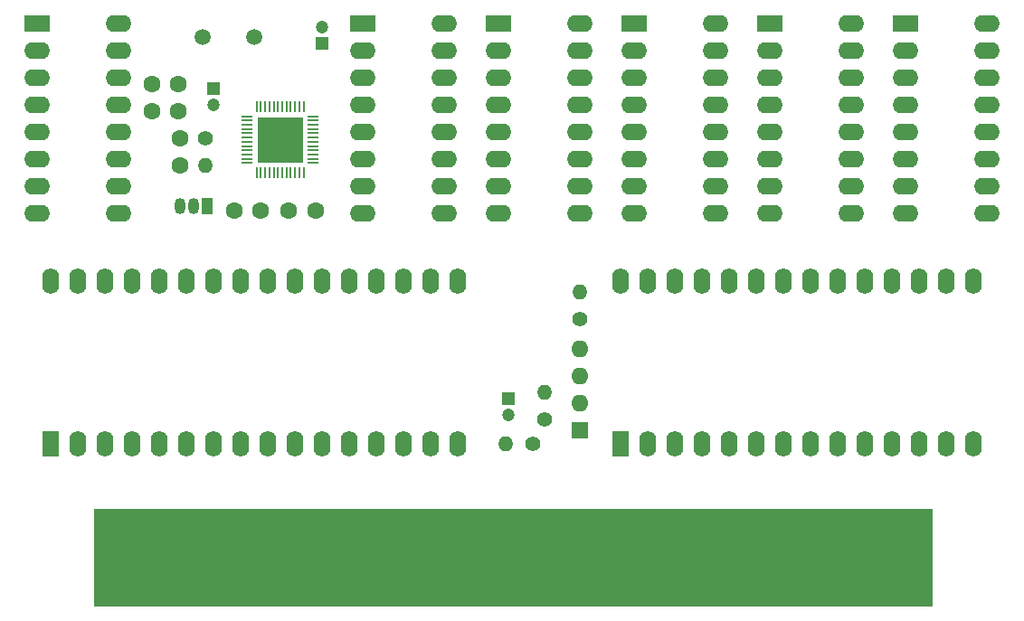
<source format=gbr>
%TF.GenerationSoftware,KiCad,Pcbnew,7.0.10*%
%TF.CreationDate,2024-03-07T11:58:07+00:00*%
%TF.ProjectId,v0a,7630612e-6b69-4636-9164-5f7063625858,rev?*%
%TF.SameCoordinates,Original*%
%TF.FileFunction,Soldermask,Top*%
%TF.FilePolarity,Negative*%
%FSLAX46Y46*%
G04 Gerber Fmt 4.6, Leading zero omitted, Abs format (unit mm)*
G04 Created by KiCad (PCBNEW 7.0.10) date 2024-03-07 11:58:07*
%MOMM*%
%LPD*%
G01*
G04 APERTURE LIST*
G04 Aperture macros list*
%AMRoundRect*
0 Rectangle with rounded corners*
0 $1 Rounding radius*
0 $2 $3 $4 $5 $6 $7 $8 $9 X,Y pos of 4 corners*
0 Add a 4 corners polygon primitive as box body*
4,1,4,$2,$3,$4,$5,$6,$7,$8,$9,$2,$3,0*
0 Add four circle primitives for the rounded corners*
1,1,$1+$1,$2,$3*
1,1,$1+$1,$4,$5*
1,1,$1+$1,$6,$7*
1,1,$1+$1,$8,$9*
0 Add four rect primitives between the rounded corners*
20,1,$1+$1,$2,$3,$4,$5,0*
20,1,$1+$1,$4,$5,$6,$7,0*
20,1,$1+$1,$6,$7,$8,$9,0*
20,1,$1+$1,$8,$9,$2,$3,0*%
G04 Aperture macros list end*
%ADD10C,0.100000*%
%ADD11R,1.050000X1.500000*%
%ADD12O,1.050000X1.500000*%
%ADD13R,1.200000X1.200000*%
%ADD14C,1.200000*%
%ADD15R,2.400000X1.600000*%
%ADD16O,2.400000X1.600000*%
%ADD17C,1.600000*%
%ADD18C,1.400000*%
%ADD19O,1.400000X1.400000*%
%ADD20R,1.600000X2.400000*%
%ADD21O,1.600000X2.400000*%
%ADD22R,1.600000X1.600000*%
%ADD23O,1.600000X1.600000*%
%ADD24C,1.500000*%
%ADD25RoundRect,0.050000X-0.487500X-0.050000X0.487500X-0.050000X0.487500X0.050000X-0.487500X0.050000X0*%
%ADD26RoundRect,0.050000X-0.050000X-0.487500X0.050000X-0.487500X0.050000X0.487500X-0.050000X0.487500X0*%
%ADD27C,2.200000*%
%ADD28R,4.200000X4.200000*%
G04 APERTURE END LIST*
D10*
%TO.C,H1*%
X35800000Y-82370000D02*
X114200000Y-82370000D01*
X114200000Y-82370000D02*
X114200000Y-91400000D01*
X114200000Y-91400000D02*
X35800000Y-91400000D01*
X35800000Y-91400000D02*
X35800000Y-82370000D01*
G36*
X35800000Y-82370000D02*
G01*
X114200000Y-82370000D01*
X114200000Y-91400000D01*
X35800000Y-91400000D01*
X35800000Y-82370000D01*
G37*
%TD*%
D11*
%TO.C,U10*%
X46355000Y-53975000D03*
D12*
X45085000Y-53975000D03*
X43815000Y-53975000D03*
%TD*%
D13*
%TO.C,C11*%
X46990000Y-42950000D03*
D14*
X46990000Y-44450000D03*
%TD*%
D15*
%TO.C,U4*%
X73660000Y-36830000D03*
D16*
X73660000Y-39370000D03*
X73660000Y-41910000D03*
X73660000Y-44450000D03*
X73660000Y-46990000D03*
X73660000Y-49530000D03*
X73660000Y-52070000D03*
X73660000Y-54610000D03*
X81280000Y-54610000D03*
X81280000Y-52070000D03*
X81280000Y-49530000D03*
X81280000Y-46990000D03*
X81280000Y-44450000D03*
X81280000Y-41910000D03*
X81280000Y-39370000D03*
X81280000Y-36830000D03*
%TD*%
D17*
%TO.C,C13*%
X43688000Y-42545000D03*
X41188000Y-42545000D03*
%TD*%
D15*
%TO.C,U5*%
X99060000Y-36830000D03*
D16*
X99060000Y-39370000D03*
X99060000Y-41910000D03*
X99060000Y-44450000D03*
X99060000Y-46990000D03*
X99060000Y-49530000D03*
X99060000Y-52070000D03*
X99060000Y-54610000D03*
X106680000Y-54610000D03*
X106680000Y-52070000D03*
X106680000Y-49530000D03*
X106680000Y-46990000D03*
X106680000Y-44450000D03*
X106680000Y-41910000D03*
X106680000Y-39370000D03*
X106680000Y-36830000D03*
%TD*%
D18*
%TO.C,R6*%
X81280000Y-64516000D03*
D19*
X81280000Y-61976000D03*
%TD*%
D13*
%TO.C,C10*%
X74549000Y-72009000D03*
D14*
X74549000Y-73509000D03*
%TD*%
D20*
%TO.C,U1*%
X31750000Y-76200000D03*
D21*
X34290000Y-76200000D03*
X36830000Y-76200000D03*
X39370000Y-76200000D03*
X41910000Y-76200000D03*
X44450000Y-76200000D03*
X46990000Y-76200000D03*
X49530000Y-76200000D03*
X52070000Y-76200000D03*
X54610000Y-76200000D03*
X57150000Y-76200000D03*
X59690000Y-76200000D03*
X62230000Y-76200000D03*
X64770000Y-76200000D03*
X67310000Y-76200000D03*
X69850000Y-76200000D03*
X69850000Y-60960000D03*
X67310000Y-60960000D03*
X64770000Y-60960000D03*
X62230000Y-60960000D03*
X59690000Y-60960000D03*
X57150000Y-60960000D03*
X54610000Y-60960000D03*
X52070000Y-60960000D03*
X49530000Y-60960000D03*
X46990000Y-60960000D03*
X44450000Y-60960000D03*
X41910000Y-60960000D03*
X39370000Y-60960000D03*
X36830000Y-60960000D03*
X34290000Y-60960000D03*
X31750000Y-60960000D03*
%TD*%
D17*
%TO.C,C12*%
X43815000Y-47665000D03*
X43815000Y-50165000D03*
%TD*%
D20*
%TO.C,U8*%
X85090000Y-76200000D03*
D21*
X87630000Y-76200000D03*
X90170000Y-76200000D03*
X92710000Y-76200000D03*
X95250000Y-76200000D03*
X97790000Y-76200000D03*
X100330000Y-76200000D03*
X102870000Y-76200000D03*
X105410000Y-76200000D03*
X107950000Y-76200000D03*
X110490000Y-76200000D03*
X113030000Y-76200000D03*
X115570000Y-76200000D03*
X118110000Y-76200000D03*
X118110000Y-60960000D03*
X115570000Y-60960000D03*
X113030000Y-60960000D03*
X110490000Y-60960000D03*
X107950000Y-60960000D03*
X105410000Y-60960000D03*
X102870000Y-60960000D03*
X100330000Y-60960000D03*
X97790000Y-60960000D03*
X95250000Y-60960000D03*
X92710000Y-60960000D03*
X90170000Y-60960000D03*
X87630000Y-60960000D03*
X85090000Y-60960000D03*
%TD*%
D17*
%TO.C,C14*%
X43688000Y-45085000D03*
X41188000Y-45085000D03*
%TD*%
D15*
%TO.C,U7*%
X111760000Y-36830000D03*
D16*
X111760000Y-39370000D03*
X111760000Y-41910000D03*
X111760000Y-44450000D03*
X111760000Y-46990000D03*
X111760000Y-49530000D03*
X111760000Y-52070000D03*
X111760000Y-54610000D03*
X119380000Y-54610000D03*
X119380000Y-52070000D03*
X119380000Y-49530000D03*
X119380000Y-46990000D03*
X119380000Y-44450000D03*
X119380000Y-41910000D03*
X119380000Y-39370000D03*
X119380000Y-36830000D03*
%TD*%
D17*
%TO.C,C2*%
X54015000Y-54356000D03*
X56515000Y-54356000D03*
%TD*%
D13*
%TO.C,C15*%
X57150000Y-38735000D03*
D14*
X57150000Y-37235000D03*
%TD*%
D15*
%TO.C,U6*%
X86360000Y-36830000D03*
D16*
X86360000Y-39370000D03*
X86360000Y-41910000D03*
X86360000Y-44450000D03*
X86360000Y-46990000D03*
X86360000Y-49530000D03*
X86360000Y-52070000D03*
X86360000Y-54610000D03*
X93980000Y-54610000D03*
X93980000Y-52070000D03*
X93980000Y-49530000D03*
X93980000Y-46990000D03*
X93980000Y-44450000D03*
X93980000Y-41910000D03*
X93980000Y-39370000D03*
X93980000Y-36830000D03*
%TD*%
D22*
%TO.C,RN1*%
X81280000Y-74930000D03*
D23*
X81280000Y-72390000D03*
X81280000Y-69850000D03*
X81280000Y-67310000D03*
%TD*%
D24*
%TO.C,Y1*%
X50800000Y-38100000D03*
X45920000Y-38100000D03*
%TD*%
D18*
%TO.C,R2*%
X76835000Y-76200000D03*
D19*
X74295000Y-76200000D03*
%TD*%
D17*
%TO.C,C1*%
X48915000Y-54356000D03*
X51415000Y-54356000D03*
%TD*%
D18*
%TO.C,R3*%
X46228000Y-47625000D03*
D19*
X46228000Y-50165000D03*
%TD*%
D15*
%TO.C,U2*%
X30480000Y-36830000D03*
D16*
X30480000Y-39370000D03*
X30480000Y-41910000D03*
X30480000Y-44450000D03*
X30480000Y-46990000D03*
X30480000Y-49530000D03*
X30480000Y-52070000D03*
X30480000Y-54610000D03*
X38100000Y-54610000D03*
X38100000Y-52070000D03*
X38100000Y-49530000D03*
X38100000Y-46990000D03*
X38100000Y-44450000D03*
X38100000Y-41910000D03*
X38100000Y-39370000D03*
X38100000Y-36830000D03*
%TD*%
D15*
%TO.C,U3*%
X60960000Y-36830000D03*
D16*
X60960000Y-39370000D03*
X60960000Y-41910000D03*
X60960000Y-44450000D03*
X60960000Y-46990000D03*
X60960000Y-49530000D03*
X60960000Y-52070000D03*
X60960000Y-54610000D03*
X68580000Y-54610000D03*
X68580000Y-52070000D03*
X68580000Y-49530000D03*
X68580000Y-46990000D03*
X68580000Y-44450000D03*
X68580000Y-41910000D03*
X68580000Y-39370000D03*
X68580000Y-36830000D03*
%TD*%
D18*
%TO.C,R1*%
X77978000Y-73914000D03*
D19*
X77978000Y-71374000D03*
%TD*%
D25*
%TO.C,U9*%
X50147500Y-45552000D03*
X50147500Y-45952000D03*
X50147500Y-46352000D03*
X50147500Y-46752000D03*
X50147500Y-47152000D03*
X50147500Y-47552000D03*
X50147500Y-47952000D03*
X50147500Y-48352000D03*
X50147500Y-48752000D03*
X50147500Y-49152000D03*
X50147500Y-49552000D03*
X50147500Y-49952000D03*
D26*
X51010000Y-50814500D03*
X51410000Y-50814500D03*
X51810000Y-50814500D03*
X52210000Y-50814500D03*
X52610000Y-50814500D03*
X53010000Y-50814500D03*
X53410000Y-50814500D03*
X53810000Y-50814500D03*
X54210000Y-50814500D03*
X54610000Y-50814500D03*
X55010000Y-50814500D03*
X55410000Y-50814500D03*
D25*
X56272500Y-49952000D03*
X56272500Y-49552000D03*
X56272500Y-49152000D03*
X56272500Y-48752000D03*
X56272500Y-48352000D03*
X56272500Y-47952000D03*
X56272500Y-47552000D03*
X56272500Y-47152000D03*
X56272500Y-46752000D03*
X56272500Y-46352000D03*
X56272500Y-45952000D03*
X56272500Y-45552000D03*
D26*
X55410000Y-44689500D03*
X55010000Y-44689500D03*
X54610000Y-44689500D03*
X54210000Y-44689500D03*
X53810000Y-44689500D03*
X53410000Y-44689500D03*
X53010000Y-44689500D03*
X52610000Y-44689500D03*
X52210000Y-44689500D03*
X51810000Y-44689500D03*
X51410000Y-44689500D03*
X51010000Y-44689500D03*
D27*
X53210000Y-47752000D03*
D28*
X53210000Y-47752000D03*
%TD*%
M02*

</source>
